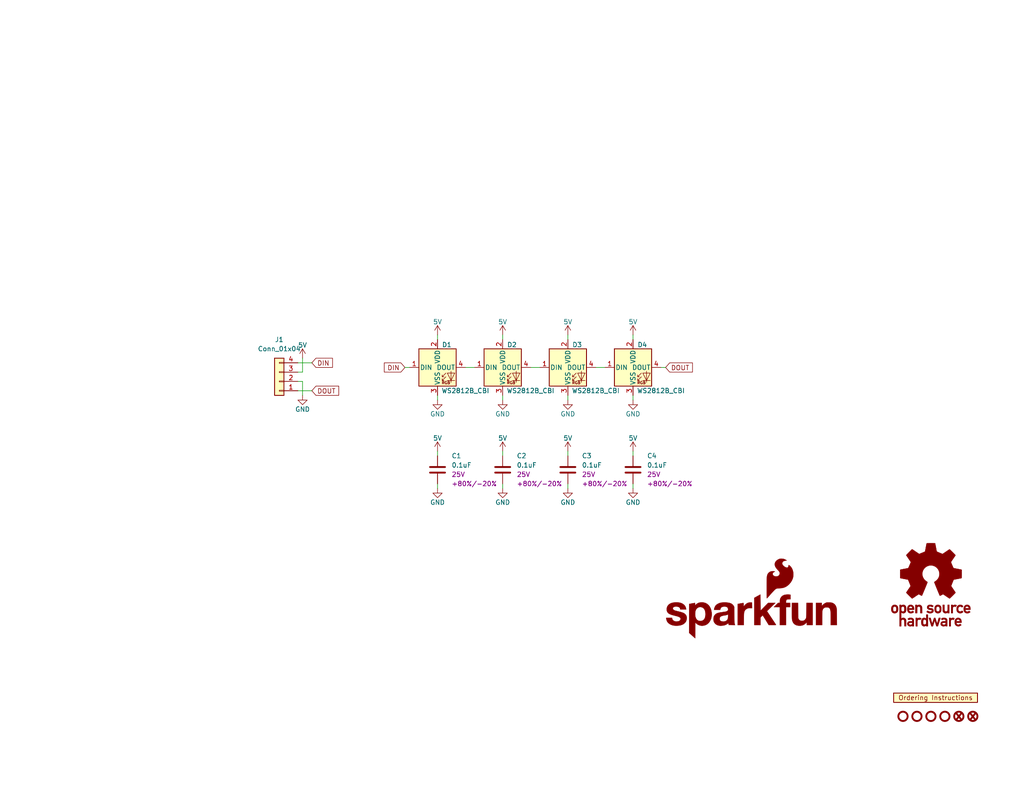
<source format=kicad_sch>
(kicad_sch (version 20230121) (generator eeschema)
  (paper "USLetter")
  (title_block (title "SparkFun RGB CBI Example") (date "2023-09-18") (rev "v10") (comment 1 "Designed by: N. Seidle"))
  (lib_symbols
    (symbol "SparkFun-Aesthetic:Fiducial_0.5mm"
      (symbol "Fiducial_0.5mm_1_1"
        (text "x" (at 0 0.254 0) (effects (font (size 2.5 2.5) bold)))
      )
    )
    (symbol "SparkFun-Aesthetic:OSHW_Logo" (pin_names (offset 1.016)) (in_bom no))
    (symbol "SparkFun-Aesthetic:Ordering_Instructions"
      (symbol "Ordering_Instructions_1_1"
        (text "Ordering Instructions" (at 1.27 0 0) (effects (font (size 1.27 1.27))))
      )
    )
    (symbol "SparkFun-Aesthetic:SparkFun_Logo" (pin_names (offset 1.016)) (on_board no))
    (symbol "SparkFun-Capacitor:0.1uF_0603_25V_20%" (pin_numbers hide) (pin_names (offset 0.254))
      (property "Reference" "C" (at 0.635 2.54 0))
      (property "Value" "0.1uF" (at 0.635 -2.54 0))
      (property "Voltage" "25V" (at 0 -6.35 0))
      (property "Tolerance" "+80%/-20%" (at 0 -8.89 0))
      (symbol "0.1uF_0603_25V_20%_1_1"
        (pin passive line (at 0 3.81 270) (length 2.794) (name "~") (number "1"))
        (pin passive line (at 0 -3.81 90) (length 2.794) (name "~") (number "2"))
      )
    )
    (symbol "SparkFun-Connector:Conn_01x04" (pin_names (offset 1.016) hide)
      (property "Reference" "J" (at 0 5.08 0))
      (property "Value" "Conn_01x04" (at 0 -7.62 0))
      (symbol "Conn_01x04_1_1"
        (pin passive line (at -5.08 2.54 0) (length 3.81) (name "Pin_1") (number "1"))
        (pin passive line (at -5.08 0 0) (length 3.81) (name "Pin_2") (number "2"))
        (pin passive line (at -5.08 -2.54 0) (length 3.81) (name "Pin_3") (number "3"))
        (pin passive line (at -5.08 -5.08 0) (length 3.81) (name "Pin_4") (number "4"))
      )
    )
    (symbol "SparkFun-Hardware:Stand_off")
    (symbol "SparkFun-LED:WS2812B_CBI" (pin_names (offset 0.254))
      (property "Reference" "D" (at -5.08 6.35 0))
      (property "Value" "WS2812B_CBI" (at 7.62 -6.35 0))
      (symbol "WS2812B_CBI_0_0"
        (text "RGB" (at 2.286 -4.191 0) (effects (font (size 0.762 0.762))))
      )
      (symbol "WS2812B_CBI_1_1"
        (pin input line (at -7.62 0 0) (length 2.54) (name "DIN") (number "1"))
        (pin power_in line (at 0 7.62 270) (length 2.54) (name "VDD") (number "2"))
        (pin power_in line (at 0 -7.62 90) (length 2.54) (name "VSS") (number "3"))
        (pin output line (at 7.62 0 180) (length 2.54) (name "DOUT") (number "4"))
      )
    )
    (symbol "SparkFun-PowerSymbol:5V" (power) (pin_names (offset 0))
      (property "Value" "5V" (at 0 3.556 0))
      (symbol "5V_1_1"
        (pin power_in line (at 0 0 90) (length 0) hide (name "5V") (number "1"))
      )
    )
    (symbol "SparkFun-PowerSymbol:GND" (power) (pin_names (offset 0))
      (property "Value" "GND" (at 0 -3.81 0))
      (symbol "GND_1_1"
        (pin power_in line (at 0 0 270) (length 0) hide (name "GND") (number "1"))
      )
    )
  )
  (wire (pts (xy 81.28 106.68) (xy 85.09 106.68)))
  (wire (pts (xy 137.16 123.19) (xy 137.16 124.46)))
  (wire (pts (xy 172.72 133.35) (xy 172.72 132.08)))
  (wire (pts (xy 154.94 109.22) (xy 154.94 107.95)))
  (wire (pts (xy 81.28 99.06) (xy 85.09 99.06)))
  (wire (pts (xy 119.38 109.22) (xy 119.38 107.95)))
  (wire (pts (xy 110.49 100.33) (xy 111.76 100.33)))
  (wire (pts (xy 127 100.33) (xy 129.54 100.33)))
  (wire (pts (xy 144.78 100.33) (xy 147.32 100.33)))
  (wire (pts (xy 119.38 133.35) (xy 119.38 132.08)))
  (wire (pts (xy 172.72 91.44) (xy 172.72 92.71)))
  (wire (pts (xy 172.72 123.19) (xy 172.72 124.46)))
  (wire (pts (xy 154.94 123.19) (xy 154.94 124.46)))
  (wire (pts (xy 137.16 91.44) (xy 137.16 92.71)))
  (wire (pts (xy 81.28 101.6) (xy 82.55 101.6)))
  (wire (pts (xy 119.38 91.44) (xy 119.38 92.71)))
  (wire (pts (xy 137.16 109.22) (xy 137.16 107.95)))
  (wire (pts (xy 162.56 100.33) (xy 165.1 100.33)))
  (wire (pts (xy 180.34 100.33) (xy 181.61 100.33)))
  (wire (pts (xy 154.94 133.35) (xy 154.94 132.08)))
  (wire (pts (xy 82.55 104.14) (xy 82.55 107.95)))
  (wire (pts (xy 137.16 133.35) (xy 137.16 132.08)))
  (wire (pts (xy 81.28 104.14) (xy 82.55 104.14)))
  (wire (pts (xy 119.38 123.19) (xy 119.38 124.46)))
  (wire (pts (xy 154.94 91.44) (xy 154.94 92.71)))
  (wire (pts (xy 172.72 109.22) (xy 172.72 107.95)))
  (wire (pts (xy 82.55 97.79) (xy 82.55 101.6)))
  (global_label "DIN" (shape input) (at 110.49 100.33 180) (property "Intersheetrefs" "${INTERSHEET_REFS}" (effects hide)))
  (global_label "DIN" (shape input) (at 85.09 99.06 0) (property "Intersheetrefs" "${INTERSHEET_REFS}" (effects hide)))
  (global_label "DOUT" (shape input) (at 85.09 106.68 0) (property "Intersheetrefs" "${INTERSHEET_REFS}" (effects hide)))
  (global_label "DOUT" (shape input) (at 181.61 100.33 0) (property "Intersheetrefs" "${INTERSHEET_REFS}" (effects hide)))
  (symbol (lib_id "SparkFun-Aesthetic:Fiducial_0.5mm") (at 265.43 195.58 0) (unit 1)
    (property "Reference" "FID2" (effects hide))
    (property "Value" "Fiducial_0.5mm" (effects hide))
    (property "Footprint" "SparkFun-Aesthetic:Fiducial_0.5mm_Mask1mm" (effects hide))
  )
  (symbol (lib_id "SparkFun-PowerSymbol:GND") (at 137.16 109.22 0) (unit 1)
    (property "Reference" "#PWR0105" (effects hide))
    (property "Value" "GND" (at 137.16 113.03 0))
  )
  (symbol (lib_id "SparkFun-Capacitor:0.1uF_0603_25V_20%") (at 172.72 128.27 0) (unit 1)
    (property "Reference" "C4" (at 176.53 124.46 0) (effects (justify left)))
    (property "Value" "0.1uF" (at 176.53 127 0) (effects (justify left)))
    (property "Footprint" "SparkFun-Capacitor:C_0603_1608Metric" (effects hide))
    (property "Datasheet" "https://cdn.sparkfun.com/assets/8/a/4/a/5/Kemet_Capacitor_Datasheet.pdf" (effects hide))
    (property "PROD_ID" "CAP-00810" (effects hide))
    (property "Voltage" "25V" (at 176.53 129.54 0) (effects (justify left)))
    (property "Tolerance" "+80%/-20%" (at 176.53 132.08 0) (effects (justify left)))
  )
  (symbol (lib_id "SparkFun-PowerSymbol:5V") (at 119.38 91.44 0) (unit 1)
    (property "Reference" "#PWR0103" (effects hide))
    (property "Value" "5V" (at 119.38 87.884 0))
  )
  (symbol (lib_id "SparkFun-Hardware:Stand_off") (at 246.38 195.58 0) (unit 1)
    (property "Reference" "ST1" (effects hide))
    (property "Value" "Stand_off" (effects hide))
    (property "Footprint" "SparkFun-Hardware:STAND-OFF" (effects hide))
  )
  (symbol (lib_id "SparkFun-LED:WS2812B_CBI") (at 119.38 100.33 0) (unit 1)
    (property "Reference" "D1" (at 121.92 94.1421 0))
    (property "Value" "WS2812B_CBI" (at 127 106.68 0))
    (property "Footprint" "SparkFun-LED:WS2812B-CBI_Datasheet" (effects hide))
    (property "Datasheet" "https://cdn.sparkfun.com/datasheets/BreakoutBoards/WS2812B.pdf" (effects hide))
    (property "PROD_ID" "LED-20286" (effects hide))
  )
  (symbol (lib_id "SparkFun-LED:WS2812B_CBI") (at 172.72 100.33 0) (unit 1)
    (property "Reference" "D4" (at 175.26 94.1421 0))
    (property "Value" "WS2812B_CBI" (at 180.34 106.68 0))
    (property "Footprint" "SparkFun-LED:WS2812B-CBI_Datasheet" (effects hide))
    (property "Datasheet" "https://cdn.sparkfun.com/datasheets/BreakoutBoards/WS2812B.pdf" (effects hide))
    (property "PROD_ID" "LED-20286" (effects hide))
  )
  (symbol (lib_id "SparkFun-PowerSymbol:GND") (at 172.72 109.22 0) (unit 1)
    (property "Reference" "#PWR0110" (effects hide))
    (property "Value" "GND" (at 172.72 113.03 0))
  )
  (symbol (lib_id "SparkFun-Capacitor:0.1uF_0603_25V_20%") (at 137.16 128.27 0) (unit 1)
    (property "Reference" "C2" (at 140.97 124.46 0) (effects (justify left)))
    (property "Value" "0.1uF" (at 140.97 127 0) (effects (justify left)))
    (property "Footprint" "SparkFun-Capacitor:C_0603_1608Metric" (effects hide))
    (property "Datasheet" "https://cdn.sparkfun.com/assets/8/a/4/a/5/Kemet_Capacitor_Datasheet.pdf" (effects hide))
    (property "PROD_ID" "CAP-00810" (effects hide))
    (property "Voltage" "25V" (at 140.97 129.54 0) (effects (justify left)))
    (property "Tolerance" "+80%/-20%" (at 140.97 132.08 0) (effects (justify left)))
  )
  (symbol (lib_id "SparkFun-Aesthetic:SparkFun_Logo") (at 204.47 167.64 0) (unit 1) (on_board no)
    (property "Reference" "G1" (effects hide))
    (property "Value" "SparkFun_Logo" (effects hide))
  )
  (symbol (lib_id "SparkFun-PowerSymbol:GND") (at 82.55 107.95 0) (unit 1)
    (property "Reference" "#PWR0101" (effects hide))
    (property "Value" "GND" (at 82.55 111.76 0))
  )
  (symbol (lib_id "SparkFun-PowerSymbol:5V") (at 172.72 91.44 0) (unit 1)
    (property "Reference" "#PWR0109" (effects hide))
    (property "Value" "5V" (at 172.72 87.884 0))
  )
  (symbol (lib_id "SparkFun-PowerSymbol:5V") (at 137.16 91.44 0) (unit 1)
    (property "Reference" "#PWR0106" (effects hide))
    (property "Value" "5V" (at 137.16 87.884 0))
  )
  (symbol (lib_id "SparkFun-Capacitor:0.1uF_0603_25V_20%") (at 119.38 128.27 0) (unit 1)
    (property "Reference" "C1" (at 123.19 124.46 0) (effects (justify left)))
    (property "Value" "0.1uF" (at 123.19 127 0) (effects (justify left)))
    (property "Footprint" "SparkFun-Capacitor:C_0603_1608Metric" (effects hide))
    (property "Datasheet" "https://cdn.sparkfun.com/assets/8/a/4/a/5/Kemet_Capacitor_Datasheet.pdf" (effects hide))
    (property "PROD_ID" "CAP-00810" (effects hide))
    (property "Voltage" "25V" (at 123.19 129.54 0) (effects (justify left)))
    (property "Tolerance" "+80%/-20%" (at 123.19 132.08 0) (effects (justify left)))
  )
  (symbol (lib_id "SparkFun-PowerSymbol:GND") (at 154.94 133.35 0) (unit 1)
    (property "Reference" "#PWR0115" (effects hide))
    (property "Value" "GND" (at 154.94 137.16 0))
  )
  (symbol (lib_id "SparkFun-PowerSymbol:5V") (at 119.38 123.19 0) (unit 1)
    (property "Reference" "#PWR0117" (effects hide))
    (property "Value" "5V" (at 119.38 119.634 0))
  )
  (symbol (lib_id "SparkFun-LED:WS2812B_CBI") (at 154.94 100.33 0) (unit 1)
    (property "Reference" "D3" (at 157.48 94.1421 0))
    (property "Value" "WS2812B_CBI" (at 162.56 106.68 0))
    (property "Footprint" "SparkFun-LED:WS2812B-CBI_Datasheet" (effects hide))
    (property "Datasheet" "https://cdn.sparkfun.com/datasheets/BreakoutBoards/WS2812B.pdf" (effects hide))
    (property "PROD_ID" "LED-20286" (effects hide))
  )
  (symbol (lib_id "SparkFun-PowerSymbol:5V") (at 154.94 91.44 0) (unit 1)
    (property "Reference" "#PWR0108" (effects hide))
    (property "Value" "5V" (at 154.94 87.884 0))
  )
  (symbol (lib_id "SparkFun-Hardware:Stand_off") (at 254 195.58 0) (unit 1)
    (property "Reference" "ST3" (effects hide))
    (property "Value" "Stand_off" (effects hide))
    (property "Footprint" "SparkFun-Hardware:STAND-OFF" (effects hide))
  )
  (symbol (lib_id "SparkFun-Hardware:Stand_off") (at 257.81 195.58 0) (unit 1)
    (property "Reference" "ST4" (effects hide))
    (property "Value" "Stand_off" (effects hide))
    (property "Footprint" "SparkFun-Hardware:STAND-OFF" (effects hide))
  )
  (symbol (lib_id "SparkFun-Hardware:Stand_off") (at 250.19 195.58 0) (unit 1)
    (property "Reference" "ST2" (effects hide))
    (property "Value" "Stand_off" (effects hide))
    (property "Footprint" "SparkFun-Hardware:STAND-OFF" (effects hide))
  )
  (symbol (lib_id "SparkFun-PowerSymbol:GND") (at 172.72 133.35 0) (unit 1)
    (property "Reference" "#PWR0112" (effects hide))
    (property "Value" "GND" (at 172.72 137.16 0))
  )
  (symbol (lib_id "SparkFun-LED:WS2812B_CBI") (at 137.16 100.33 0) (unit 1)
    (property "Reference" "D2" (at 139.7 94.1421 0))
    (property "Value" "WS2812B_CBI" (at 144.78 106.68 0))
    (property "Footprint" "SparkFun-LED:WS2812B-CBI_Datasheet" (effects hide))
    (property "Datasheet" "https://cdn.sparkfun.com/datasheets/BreakoutBoards/WS2812B.pdf" (effects hide))
    (property "PROD_ID" "LED-20286" (effects hide))
  )
  (symbol (lib_id "SparkFun-Capacitor:0.1uF_0603_25V_20%") (at 154.94 128.27 0) (unit 1)
    (property "Reference" "C3" (at 158.75 124.46 0) (effects (justify left)))
    (property "Value" "0.1uF" (at 158.75 127 0) (effects (justify left)))
    (property "Footprint" "SparkFun-Capacitor:C_0603_1608Metric" (effects hide))
    (property "Datasheet" "https://cdn.sparkfun.com/assets/8/a/4/a/5/Kemet_Capacitor_Datasheet.pdf" (effects hide))
    (property "PROD_ID" "CAP-00810" (effects hide))
    (property "Voltage" "25V" (at 158.75 129.54 0) (effects (justify left)))
    (property "Tolerance" "+80%/-20%" (at 158.75 132.08 0) (effects (justify left)))
  )
  (symbol (lib_id "SparkFun-PowerSymbol:5V") (at 137.16 123.19 0) (unit 1)
    (property "Reference" "#PWR0118" (effects hide))
    (property "Value" "5V" (at 137.16 119.634 0))
  )
  (symbol (lib_id "SparkFun-PowerSymbol:5V") (at 82.55 97.79 0) (unit 1)
    (property "Reference" "#PWR0102" (effects hide))
    (property "Value" "5V" (at 82.55 94.234 0))
  )
  (symbol (lib_id "SparkFun-PowerSymbol:5V") (at 154.94 123.19 0) (unit 1)
    (property "Reference" "#PWR0114" (effects hide))
    (property "Value" "5V" (at 154.94 119.634 0))
  )
  (symbol (lib_id "SparkFun-PowerSymbol:GND") (at 119.38 133.35 0) (unit 1)
    (property "Reference" "#PWR0116" (effects hide))
    (property "Value" "GND" (at 119.38 137.16 0))
  )
  (symbol (lib_id "SparkFun-Connector:Conn_01x04") (at 76.2 104.14 180) (unit 1)
    (property "Reference" "J1" (at 76.2 92.71 0))
    (property "Value" "Conn_01x04" (at 76.2 95.25 0))
    (property "Footprint" "SparkFun-Connector:1X04" (effects hide))
  )
  (symbol (lib_id "SparkFun-PowerSymbol:GND") (at 137.16 133.35 0) (unit 1)
    (property "Reference" "#PWR0113" (effects hide))
    (property "Value" "GND" (at 137.16 137.16 0))
  )
  (symbol (lib_id "SparkFun-PowerSymbol:GND") (at 119.38 109.22 0) (unit 1)
    (property "Reference" "#PWR0104" (effects hide))
    (property "Value" "GND" (at 119.38 113.03 0))
  )
  (symbol (lib_id "SparkFun-Aesthetic:OSHW_Logo") (at 254 163.83 0) (unit 1) (in_bom no)
    (property "Reference" "G2" (effects hide))
    (property "Value" "OSHW_Logo" (effects hide))
    (property "Footprint" "SparkFun-Aesthetic:Creative_Commons_License" (effects hide))
  )
  (symbol (lib_id "SparkFun-PowerSymbol:GND") (at 154.94 109.22 0) (unit 1)
    (property "Reference" "#PWR0107" (effects hide))
    (property "Value" "GND" (at 154.94 113.03 0))
  )
  (symbol (lib_id "SparkFun-PowerSymbol:5V") (at 172.72 123.19 0) (unit 1)
    (property "Reference" "#PWR0111" (effects hide))
    (property "Value" "5V" (at 172.72 119.634 0))
  )
  (symbol (lib_id "SparkFun-Aesthetic:Fiducial_0.5mm") (at 261.62 195.58 0) (unit 1)
    (property "Reference" "FID1" (effects hide))
    (property "Value" "Fiducial_0.5mm" (effects hide))
    (property "Footprint" "SparkFun-Aesthetic:Fiducial_0.5mm_Mask1mm" (effects hide))
  )
  (symbol (lib_id "SparkFun-Aesthetic:Ordering_Instructions") (at 254 190.5 0) (unit 1)
    (property "Reference" "U1" (effects hide))
    (property "Footprint" "SparkFun-Aesthetic:ORDERING_INSTRUCTIONS" (effects hide))
  )
)
</source>
